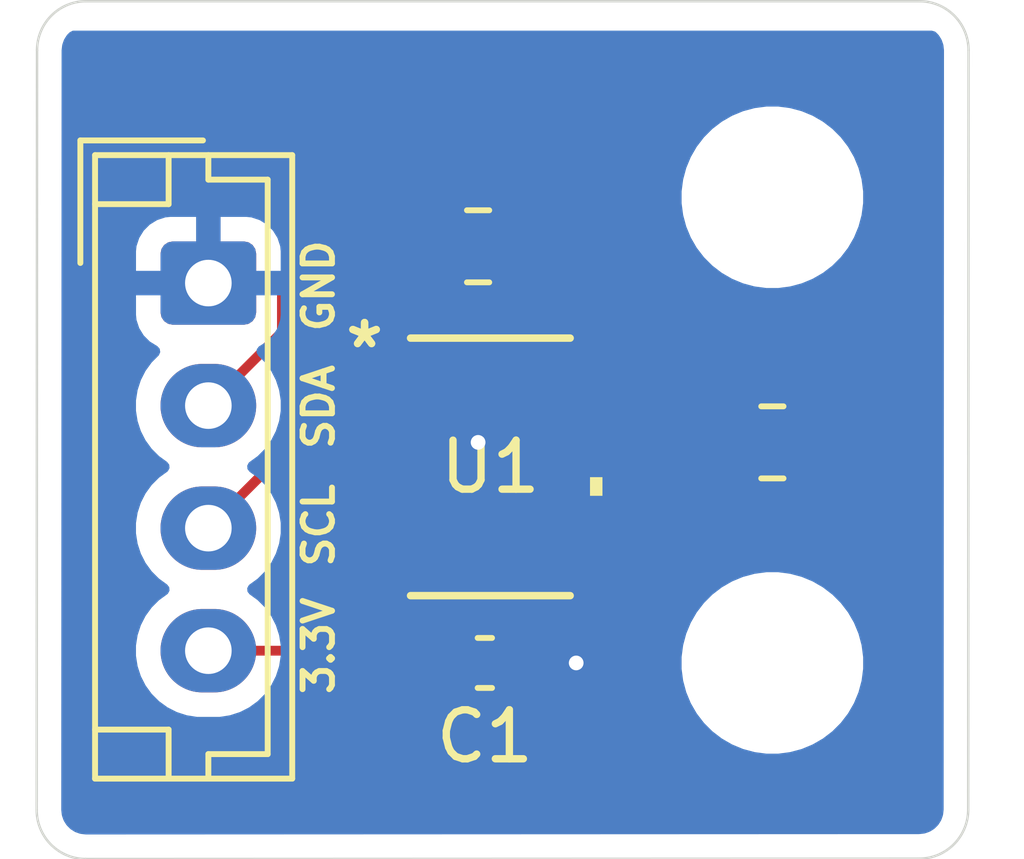
<source format=kicad_pcb>
(kicad_pcb (version 20241229) (generator "pcbnew") (generator_version "9.0")
  (layers (0 "F.Cu" signal) (2 "B.Cu" signal) (13 "F.Paste" user) (15 "B.Paste" user) (5 "F.SilkS" user "F.Silkscreen") (7 "B.SilkS" user "B.Silkscreen") (1 "F.Mask" user) (3 "B.Mask" user) (25 "Edge.Cuts" user))
  (net 0 "")
  (net 1 "GND")
  (net 3 "+3.3V")
  (net 6 "Net-(J1-Pin_3)")
  (net 7 "Net-(J1-Pin_2)")
  (footprint "Resistor_SMD:R_0805_2012Metric_Pad1.20x1.40mm_HandSolder" (layer "F.Cu") (at 144.5 84)
    (property "Reference" "R1" (hide yes))
    (property "Value" "4.7K")
    (fp_line (start -0.227064 -0.735) (end 0.227064 -0.735) (stroke (width 0.12)) (layer "F.SilkS"))
    (fp_line (start -0.227064 0.735) (end 0.227064 0.735) (stroke (width 0.12)) (layer "F.SilkS"))
    (pad "1" smd roundrect (at -1 0) (size 1.2 1.4) (layers "F.Cu" "F.Mask" "F.Paste") (roundrect_rratio 0.208333) (net 3 "+3.3V"))
    (pad "2" smd roundrect (at 1 0) (size 1.2 1.4) (layers "F.Cu" "F.Mask" "F.Paste") (roundrect_rratio 0.208333) (net 6 "Net-(J1-Pin_3)"))
  )
  (footprint "MountingHole:MountingHole_3.2mm_M3" (layer "F.Cu") (at 150.5 83)
    (property "Reference" "H1" (hide yes))
    (property "Value" "MountingHole")
    (pad "" np_thru_hole circle (at 0 0) (size 3.2 3.2) (drill 3.2) (layers "*.Cu" "*.Mask"))
  )
  (footprint "Resistor_SMD:R_0805_2012Metric_Pad1.20x1.40mm_HandSolder" (layer "F.Cu") (at 150.5 88 180)
    (property "Reference" "R2" (hide yes))
    (property "Value" "4.7K")
    (fp_line (start -0.227064 0.735) (end 0.227064 0.735) (stroke (width 0.12)) (layer "F.SilkS"))
    (fp_line (start -0.227064 -0.735) (end 0.227064 -0.735) (stroke (width 0.12)) (layer "F.SilkS"))
    (pad "1" smd roundrect (at -1 0 180) (size 1.2 1.4) (layers "F.Cu" "F.Mask" "F.Paste") (roundrect_rratio 0.208333) (net 7 "Net-(J1-Pin_2)"))
    (pad "2" smd roundrect (at 1 0 180) (size 1.2 1.4) (layers "F.Cu" "F.Mask" "F.Paste") (roundrect_rratio 0.208333) (net 3 "+3.3V"))
  )
  (footprint "Connector_JST:JST_EH_B4B-EH-A_1x04_P2.50mm_Vertical" (layer "F.Cu") (at 139 84.75 -90)
    (property "Reference" "J1" (hide yes))
    (property "Value" "Conn_01x04")
    (fp_line (start -2.91 2.61) (end -0.41 2.61) (stroke (width 0.12)) (layer "F.SilkS"))
    (fp_line (start -2.61 2.31) (end 10.11 2.31) (stroke (width 0.12)) (layer "F.SilkS"))
    (fp_line (start 10.11 2.31) (end 10.11 -1.71) (stroke (width 0.12)) (layer "F.SilkS"))
    (fp_line (start -2.61 0.81) (end -1.61 0.81) (stroke (width 0.12)) (layer "F.SilkS"))
    (fp_line (start -1.61 0.81) (end -1.61 2.31) (stroke (width 0.12)) (layer "F.SilkS"))
    (fp_line (start 9.11 0.81) (end 9.11 2.31) (stroke (width 0.12)) (layer "F.SilkS"))
    (fp_line (start 10.11 0.81) (end 9.11 0.81) (stroke (width 0.12)) (layer "F.SilkS"))
    (fp_line (start -2.91 0.11) (end -2.91 2.61) (stroke (width 0.12)) (layer "F.SilkS"))
    (fp_line (start -2.61 0) (end -2.11 0) (stroke (width 0.12)) (layer "F.SilkS"))
    (fp_line (start -2.11 0) (end -2.11 -1.21) (stroke (width 0.12)) (layer "F.SilkS"))
    (fp_line (start 9.61 0) (end 10.11 0) (stroke (width 0.12)) (layer "F.SilkS"))
    (fp_line (start -2.11 -1.21) (end 9.61 -1.21) (stroke (width 0.12)) (layer "F.SilkS"))
    (fp_line (start 9.61 -1.21) (end 9.61 0) (stroke (width 0.12)) (layer "F.SilkS"))
    (fp_line (start -2.61 -1.71) (end -2.61 2.31) (stroke (width 0.12)) (layer "F.SilkS"))
    (fp_line (start 10.11 -1.71) (end -2.61 -1.71) (stroke (width 0.12)) (layer "F.SilkS"))
    (pad "1" thru_hole roundrect (at 0 0 270) (size 1.7 1.95) (drill 0.95) (layers "*.Cu" "*.Mask") (roundrect_rratio 0.147059) (net 1 "GND"))
    (pad "2" thru_hole oval (at 2.5 0 270) (size 1.7 1.95) (drill 0.95) (layers "*.Cu" "*.Mask") (net 7 "Net-(J1-Pin_2)"))
    (pad "3" thru_hole oval (at 5 0 270) (size 1.7 1.95) (drill 0.95) (layers "*.Cu" "*.Mask") (net 6 "Net-(J1-Pin_3)"))
    (pad "4" thru_hole oval (at 7.5 0 270) (size 1.7 1.95) (drill 0.95) (layers "*.Cu" "*.Mask") (net 3 "+3.3V"))
  )
  (footprint "MountingHole:MountingHole_3.2mm_M3" (layer "F.Cu") (at 150.5 92.5)
    (property "Reference" "H2" (hide yes))
    (property "Value" "MountingHole" (hide yes))
    (pad "" np_thru_hole circle (at 0 0) (size 3.2 3.2) (drill 3.2) (layers "*.Cu" "*.Mask"))
  )
  (footprint "ADXL375:LGA_CC-14-1_ADI" (layer "F.Cu") (at 144.75 88.5)
    (property "Reference" "U1" (at 0 0 0) (layer "F.SilkS"))
    (property "Value" "ADXL375BCCZ-RL7")
    (fp_line (start -1.627 2.627) (end 1.627 2.627) (stroke (width 0.1524)) (layer "F.SilkS"))
    (fp_line (start 1.627 -2.627) (end -1.627 -2.627) (stroke (width 0.1524)) (layer "F.SilkS"))
    (fp_poly (pts (xy 2.285401 0.209499) (xy 2.285401 0.590499) (xy 2.031401 0.590499) (xy 2.031401 0.209499)) (fill yes) (layer "F.SilkS"))
    (fp_text user "*" (at -2.5648 -2.4 0) (layer "F.SilkS"))
    (fp_text user "*" (at -2.5648 -2.4 0) (layer "F.SilkS"))
    (pad "1" smd rect (at -1.370901 -2.000001 90) (size 0.4492 1.1178) (layers "F.Cu" "F.Mask" "F.Paste") (net 3 "+3.3V"))
    (pad "2" smd rect (at -1.370901 -1.2 90) (size 0.4492 1.1178) (layers "F.Cu" "F.Mask" "F.Paste") (net 1 "GND"))
    (pad "3" smd rect (at -1.370901 -0.399999 90) (size 0.4492 1.1178) (layers "F.Cu" "F.Mask" "F.Paste"))
    (pad "4" smd rect (at -1.370901 0.399999 90) (size 0.4492 1.1178) (layers "F.Cu" "F.Mask" "F.Paste") (net 1 "GND"))
    (pad "5" smd rect (at -1.370901 1.2 90) (size 0.4492 1.1178) (layers "F.Cu" "F.Mask" "F.Paste") (net 1 "GND"))
    (pad "6" smd rect (at -1.370901 1.999999 90) (size 0.4492 1.1178) (layers "F.Cu" "F.Mask" "F.Paste") (net 3 "+3.3V"))
    (pad "7" smd rect (at 0 1.718498) (size 0.5 0.813) (layers "F.Cu" "F.Mask" "F.Paste") (net 3 "+3.3V"))
    (pad "8" smd rect (at 1.370901 2.000001 90) (size 0.4492 1.1178) (layers "F.Cu" "F.Mask" "F.Paste"))
    (pad "9" smd rect (at 1.370901 1.2 90) (size 0.4492 1.1178) (layers "F.Cu" "F.Mask" "F.Paste"))
    (pad "10" smd rect (at 1.370901 0.399999 90) (size 0.4492 1.1178) (layers "F.Cu" "F.Mask" "F.Paste"))
    (pad "11" smd rect (at 1.370901 -0.399999 90) (size 0.4492 1.1178) (layers "F.Cu" "F.Mask" "F.Paste"))
    (pad "12" smd rect (at 1.370901 -1.2 90) (size 0.4492 1.1178) (layers "F.Cu" "F.Mask" "F.Paste") (net 1 "GND"))
    (pad "13" smd rect (at 1.370901 -1.999999 90) (size 0.4492 1.1178) (layers "F.Cu" "F.Mask" "F.Paste") (net 7 "Net-(J1-Pin_2)"))
    (pad "14" smd rect (at 0 -1.718498) (size 0.5 0.813) (layers "F.Cu" "F.Mask" "F.Paste") (net 6 "Net-(J1-Pin_3)"))
  )
  (footprint "Capacitor_SMD:C_0603_1608Metric_Pad1.08x0.95mm_HandSolder" (layer "F.Cu") (at 144.6375 92.5)
    (property "Reference" "C1" (at 0 1.5 0) (layer "F.SilkS"))
    (property "Value" "C")
    (fp_line (start -0.146267 -0.51) (end 0.146267 -0.51) (stroke (width 0.12)) (layer "F.SilkS"))
    (fp_line (start -0.146267 0.51) (end 0.146267 0.51) (stroke (width 0.12)) (layer "F.SilkS"))
    (pad "1" smd roundrect (at -0.8625 0) (size 1.075 0.95) (layers "F.Cu" "F.Mask" "F.Paste") (net 3 "+3.3V"))
    (pad "2" smd roundrect (at 0.8625 0) (size 1.075 0.95) (layers "F.Cu" "F.Mask" "F.Paste") (net 1 "GND"))
  )
  (gr_arc (start 153.5 79) (mid 154.207107 79.292893) (end 154.5 80) (stroke (width 0.05)) (layer "Edge.Cuts"))
  (gr_line (start 153.5 79) (end 136.507107 79) (stroke (width 0.05)) (layer "Edge.Cuts"))
  (gr_arc (start 136.5 96.5) (mid 135.792893 96.207107) (end 135.5 95.5) (stroke (width 0.05)) (layer "Edge.Cuts"))
  (gr_line (start 135.507107 80) (end 135.5 95.5) (stroke (width 0.05)) (layer "Edge.Cuts"))
  (gr_line (start 154.492893 95.492893) (end 154.5 80) (stroke (width 0.05)) (layer "Edge.Cuts"))
  (gr_arc (start 135.507107 80) (mid 135.8 79.292893) (end 136.507107 79) (stroke (width 0.05)) (layer "Edge.Cuts"))
  (gr_line (start 136.5 96.5) (end 153.492893 96.492893) (stroke (width 0.05)) (layer "Edge.Cuts"))
  (gr_arc (start 154.492893 95.492893) (mid 154.2 96.2) (end 153.492893 96.492893) (stroke (width 0.05)) (layer "Edge.Cuts"))
  (gr_text "SCL" (at 141.6 90.6 90) (layer "F.SilkS") (effects (font (size 0.6 0.6) (thickness 0.12) (bold yes)) (justify left bottom)))
  (gr_text "3.3V" (at 141.6 93.2 90) (layer "F.SilkS") (effects (font (size 0.6 0.6) (thickness 0.12) (bold yes)) (justify left bottom)))
  (gr_text "SDA" (at 141.6 88.2 90) (layer "F.SilkS") (effects (font (size 0.6 0.6) (thickness 0.12) (bold yes)) (justify left bottom)))
  (gr_text "GND\n" (at 141.6 85.8 90) (layer "F.SilkS") (effects (font (size 0.6 0.6) (thickness 0.12) (bold yes)) (justify left bottom)))
  (segment (start 144.925599 87.574401) (end 145.8465 87.574401) (width 0.2) (layer "F.Cu") (net 1))
  (segment (start 144.5 88) (end 144.925599 87.574401) (width 0.2) (layer "F.Cu") (net 1))
  (segment (start 144.5 88.537998) (end 144.5 88) (width 0.2) (layer "F.Cu") (net 1))
  (segment (start 145.8465 87.574401) (end 146.120901 87.3) (width 0.2) (layer "F.Cu") (net 1))
  (segment (start 143.379099 89.7) (end 143.379099 88.899999) (width 0.2) (layer "F.Cu") (net 1))
  (segment (start 145.5 92.5) (end 146.5 92.5) (width 0.2) (layer "F.Cu") (net 1))
  (segment (start 143.8 87.3) (end 143.379099 87.3) (width 0.2) (layer "F.Cu") (net 1))
  (segment (start 143.379099 88.899999) (end 144.137999 88.899999) (width 0.2) (layer "F.Cu") (net 1))
  (segment (start 144.137999 88.899999) (end 144.5 88.537998) (width 0.2) (layer "F.Cu") (net 1))
  (segment (start 144.5 88) (end 143.8 87.3) (width 0.2) (layer "F.Cu") (net 1))
  (via (at 144.5 88) (size 0.6) (drill 0.3) (layers "F.Cu" "B.Cu") (net 1))
  (via (at 146.5 92.5) (size 0.6) (drill 0.3) (layers "F.Cu" "B.Cu") (net 1))
  (segment (start 142.620199 86.499999) (end 142 87.120198) (width 0.2) (layer "F.Cu") (net 3))
  (segment (start 144.551 91.724) (end 143.775 92.5) (width 0.2) (layer "F.Cu") (net 3))
  (segment (start 143.379099 90.499999) (end 144.468499 90.499999) (width 0.2) (layer "F.Cu") (net 3))
  (segment (start 144.468499 90.499999) (end 144.75 90.218498) (width 0.2) (layer "F.Cu") (net 3))
  (segment (start 143.5 84) (end 143.5 86.379098) (width 0.2) (layer "F.Cu") (net 3))
  (segment (start 143.775 92.5) (end 143.775 90.8959) (width 0.2) (layer "F.Cu") (net 3))
  (segment (start 142.620199 90.499999) (end 143.379099 90.499999) (width 0.2) (layer "F.Cu") (net 3))
  (segment (start 143.525 92.25) (end 143.775 92.5) (width 0.2) (layer "F.Cu") (net 3))
  (segment (start 146.276 91.724) (end 144.551 91.724) (width 0.2) (layer "F.Cu") (net 3))
  (segment (start 143.5 86.379098) (end 143.379099 86.499999) (width 0.2) (layer "F.Cu") (net 3))
  (segment (start 139 92.25) (end 143.525 92.25) (width 0.2) (layer "F.Cu") (net 3))
  (segment (start 142 87.120198) (end 142 89.8798) (width 0.2) (layer "F.Cu") (net 3))
  (segment (start 149.5 88) (end 149.5 88.5) (width 0.2) (layer "F.Cu") (net 3))
  (segment (start 142 89.8798) (end 142.620199 90.499999) (width 0.2) (layer "F.Cu") (net 3))
  (segment (start 149.5 88.5) (end 146.276 91.724) (width 0.2) (layer "F.Cu") (net 3))
  (segment (start 143.775 90.8959) (end 143.379099 90.499999) (width 0.2) (layer "F.Cu") (net 3))
  (segment (start 143.379099 86.499999) (end 142.620199 86.499999) (width 0.2) (layer "F.Cu") (net 3))
  (segment (start 145.5 84) (end 144.499 82.999) (width 0.2) (layer "F.Cu") (net 6))
  (segment (start 141 87.75) (end 139 89.75) (width 0.2) (layer "F.Cu") (net 6))
  (segment (start 144.75 84.75) (end 144.75 86.781502) (width 0.2) (layer "F.Cu") (net 6))
  (segment (start 142.91484 82.999) (end 141 84.91384) (width 0.2) (layer "F.Cu") (net 6))
  (segment (start 144.499 82.999) (end 142.91484 82.999) (width 0.2) (layer "F.Cu") (net 6))
  (segment (start 141 84.91384) (end 141 87.75) (width 0.2) (layer "F.Cu") (net 6))
  (segment (start 145.5 84) (end 144.75 84.75) (width 0.2) (layer "F.Cu") (net 6))
  (segment (start 140.5 84.84674) (end 143.34674 82) (width 0.2) (layer "F.Cu") (net 7))
  (segment (start 139 87.25) (end 140.5 85.75) (width 0.2) (layer "F.Cu") (net 7))
  (segment (start 151.5 88) (end 150.2744 86.7744) (width 0.2) (layer "F.Cu") (net 7))
  (segment (start 146.5 86.120902) (end 146.120901 86.500001) (width 0.2) (layer "F.Cu") (net 7))
  (segment (start 150.2744 86.7744) (end 146.3953 86.7744) (width 0.2) (layer "F.Cu") (net 7))
  (segment (start 146.5 82.95692) (end 146.5 86.120902) (width 0.2) (layer "F.Cu") (net 7))
  (segment (start 145.54308 82) (end 146.5 82.95692) (width 0.2) (layer "F.Cu") (net 7))
  (segment (start 146.3953 86.7744) (end 146.120901 86.500001) (width 0.2) (layer "F.Cu") (net 7))
  (segment (start 140.5 85.75) (end 140.5 84.84674) (width 0.2) (layer "F.Cu") (net 7))
  (segment (start 143.34674 82) (end 145.54308 82) (width 0.2) (layer "F.Cu") (net 7))
  (zone (net 1) (net_name "GND") (layer "B.Cu") (connect_pads (clearance 0.5)) (min_thickness 0.25) (fill yes (thermal_gap 0.5) (thermal_bridge_width 0.5))
    (polygon (pts (xy 136 79.6) (xy 154 79.6) (xy 154 96) (xy 136 96)))
  )
)
</source>
